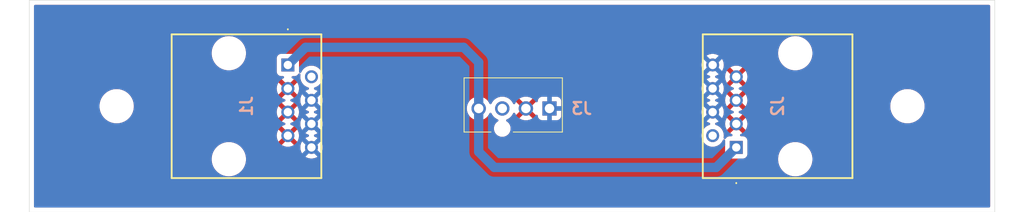
<source format=kicad_pcb>
(kicad_pcb (version 20240108) (generator "pcbnew") (generator_version "8.0")
  (layers (0 "F.Cu" signal) (31 "B.Cu" signal) (34 "B.Paste" user) (35 "F.Paste" user) (36 "B.SilkS" user "B.Silkscreen") (37 "F.SilkS" user "F.Silkscreen") (38 "B.Mask" user) (39 "F.Mask" user) (44 "Edge.Cuts" user))
  (net 0 "")
  (net 1 "GND")
  (net 2 "+12V")
  (net 4 "PWM_D9")
  (footprint "MountingHole:MountingHole_3.2mm_M3_DIN965" (layer "F.Cu") (at 108.712 90.17)
    (property "Reference" "REF**" (hide yes))
    (property "Value" "MountingHole_3.2mm_M3_DIN965")
    (pad "" np_thru_hole circle (at 0 0) (size 3.2 3.2) (drill 3.2) (layers "*.Cu" "*.Mask"))
  )
  (footprint "615008160321:615008160321" (layer "F.Cu") (at 175.382 94.615 90)
    (property "Reference" "J2" (at 4.445 4.45 -90) (layer "B.SilkS") (effects (font (size 1.27 1.27) (thickness 0.254)) (justify mirror)))
    (property "Value" "615008160321" (hide yes))
    (fp_line (start 12.195 -3.6) (end 12.195 12.5) (stroke (width 0.2)) (layer "F.SilkS"))
    (fp_line (start -3.305 -3.6) (end 12.195 -3.6) (stroke (width 0.2)) (layer "F.SilkS"))
    (fp_line (start -3.8 0) (end -3.8 0) (stroke (width 0.1)) (layer "F.SilkS"))
    (fp_line (start -3.9 0) (end -3.9 0) (stroke (width 0.1)) (layer "F.SilkS"))
    (fp_line (start 12.195 12.5) (end -3.305 12.5) (stroke (width 0.2)) (layer "F.SilkS"))
    (fp_line (start -3.305 12.5) (end -3.305 -3.6) (stroke (width 0.2)) (layer "F.SilkS"))
    (fp_arc (start -3.8 0) (mid -3.85 0.05) (end -3.9 0) (stroke (width 0.1)) (layer "F.SilkS"))
    (fp_arc (start -3.9 0) (mid -3.85 -0.05) (end -3.8 0) (stroke (width 0.1)) (layer "F.SilkS"))
    (pad "" np_thru_hole circle (at -1.27 6.35 90) (size 3.2 3.2) (drill 3.2) (layers "*.Cu" "*.Mask"))
    (pad "" np_thru_hole circle (at 10.16 6.35 90) (size 3.2 3.2) (drill 3.2) (layers "*.Cu" "*.Mask"))
    (pad "1" thru_hole rect (at 0 0 90) (size 1.4 1.4) (drill 0.9) (layers "*.Cu" "*.Mask") (net 4 "PWM_D9"))
    (pad "2" thru_hole circle (at 1.27 -2.54 90) (size 1.4 1.4) (drill 0.9) (layers "*.Cu" "*.Mask"))
    (pad "3" thru_hole circle (at 2.54 0 90) (size 1.4 1.4) (drill 0.9) (layers "*.Cu" "*.Mask") (net 2 "+12V"))
    (pad "4" thru_hole circle (at 3.81 -2.54 90) (size 1.4 1.4) (drill 0.9) (layers "*.Cu" "*.Mask") (net 1 "GND"))
    (pad "5" thru_hole circle (at 5.08 0 90) (size 1.4 1.4) (drill 0.9) (layers "*.Cu" "*.Mask") (net 2 "+12V"))
    (pad "6" thru_hole circle (at 6.35 -2.54 90) (size 1.4 1.4) (drill 0.9) (layers "*.Cu" "*.Mask") (net 1 "GND"))
    (pad "7" thru_hole circle (at 7.62 0 90) (size 1.4 1.4) (drill 0.9) (layers "*.Cu" "*.Mask") (net 2 "+12V"))
    (pad "8" thru_hole circle (at 8.89 -2.54 90) (size 1.4 1.4) (drill 0.9) (layers "*.Cu" "*.Mask") (net 1 "GND"))
  )
  (footprint "615008160321:615008160321" (layer "F.Cu") (at 127.132 85.725 -90)
    (property "Reference" "J1" (at 4.445 4.45 -90) (layer "B.SilkS") (effects (font (size 1.27 1.27) (thickness 0.254)) (justify mirror)))
    (property "Value" "615008160321" (hide yes))
    (fp_line (start -3.305 12.5) (end -3.305 -3.6) (stroke (width 0.2)) (layer "F.SilkS"))
    (fp_line (start 12.195 12.5) (end -3.305 12.5) (stroke (width 0.2)) (layer "F.SilkS"))
    (fp_line (start -3.9 0) (end -3.9 0) (stroke (width 0.1)) (layer "F.SilkS"))
    (fp_line (start -3.8 0) (end -3.8 0) (stroke (width 0.1)) (layer "F.SilkS"))
    (fp_line (start -3.305 -3.6) (end 12.195 -3.6) (stroke (width 0.2)) (layer "F.SilkS"))
    (fp_line (start 12.195 -3.6) (end 12.195 12.5) (stroke (width 0.2)) (layer "F.SilkS"))
    (fp_arc (start -3.9 0) (mid -3.85 -0.05) (end -3.8 0) (stroke (width 0.1)) (layer "F.SilkS"))
    (fp_arc (start -3.8 0) (mid -3.85 0.05) (end -3.9 0) (stroke (width 0.1)) (layer "F.SilkS"))
    (pad "" np_thru_hole circle (at -1.27 6.35 270) (size 3.2 3.2) (drill 3.2) (layers "*.Cu" "*.Mask"))
    (pad "" np_thru_hole circle (at 10.16 6.35 270) (size 3.2 3.2) (drill 3.2) (layers "*.Cu" "*.Mask"))
    (pad "1" thru_hole rect (at 0 0 270) (size 1.4 1.4) (drill 0.9) (layers "*.Cu" "*.Mask") (net 4 "PWM_D9"))
    (pad "2" thru_hole circle (at 1.27 -2.54 270) (size 1.4 1.4) (drill 0.9) (layers "*.Cu" "*.Mask"))
    (pad "3" thru_hole circle (at 2.54 0 270) (size 1.4 1.4) (drill 0.9) (layers "*.Cu" "*.Mask") (net 2 "+12V"))
    (pad "4" thru_hole circle (at 3.81 -2.54 270) (size 1.4 1.4) (drill 0.9) (layers "*.Cu" "*.Mask") (net 1 "GND"))
    (pad "5" thru_hole circle (at 5.08 0 270) (size 1.4 1.4) (drill 0.9) (layers "*.Cu" "*.Mask") (net 2 "+12V"))
    (pad "6" thru_hole circle (at 6.35 -2.54 270) (size 1.4 1.4) (drill 0.9) (layers "*.Cu" "*.Mask") (net 1 "GND"))
    (pad "7" thru_hole circle (at 7.62 0 270) (size 1.4 1.4) (drill 0.9) (layers "*.Cu" "*.Mask") (net 2 "+12V"))
    (pad "8" thru_hole circle (at 8.89 -2.54 270) (size 1.4 1.4) (drill 0.9) (layers "*.Cu" "*.Mask") (net 1 "GND"))
  )
  (footprint "MountingHole:MountingHole_3.2mm_M3_DIN965" (layer "F.Cu") (at 193.802 90.17)
    (property "Reference" "REF**" (hide yes))
    (property "Value" "MountingHole_3.2mm_M3_DIN965")
    (pad "" np_thru_hole circle (at 0 0) (size 3.2 3.2) (drill 3.2) (layers "*.Cu" "*.Mask"))
  )
  (footprint "47053-1000:470531000" (layer "F.Cu") (at 155.286 90.415)
    (property "Reference" "J3" (at 3.464 0.009 -0) (layer "B.SilkS") (effects (font (size 1.27 1.27) (thickness 0.254)) (justify mirror)))
    (property "Value" "47053-1000" (hide yes))
    (fp_line (start -9.19 -3.3) (end 1.386 -3.3) (stroke (width 0.1)) (layer "F.SilkS"))
    (fp_line (start -9.19 2.54) (end -9.19 -3.3) (stroke (width 0.1)) (layer "F.SilkS"))
    (fp_line (start -9.19 2.54) (end -6.293 2.54) (stroke (width 0.1)) (layer "F.SilkS"))
    (fp_line (start 1.386 -3.3) (end 1.386 2.54) (stroke (width 0.1)) (layer "F.SilkS"))
    (fp_line (start 1.386 2.54) (end -3.902 2.54) (stroke (width 0.1)) (layer "F.SilkS"))
    (pad "" np_thru_hole circle (at -5.08 2.16) (size 1.3 1.3) (drill 1.3) (layers "*.Cu" "*.Mask"))
    (pad "1" thru_hole rect (at 0 0) (size 1.53 1.53) (drill 1.02) (layers "*.Cu" "*.Mask") (net 1 "GND"))
    (pad "2" thru_hole circle (at -2.54 0) (size 1.55 1.55) (drill 1.02) (layers "*.Cu" "*.Mask") (net 2 "+12V"))
    (pad "3" thru_hole circle (at -5.08 0) (size 1.55 1.55) (drill 1.02) (layers "*.Cu" "*.Mask"))
    (pad "4" thru_hole circle (at -7.62 0) (size 1.55 1.55) (drill 1.02) (layers "*.Cu" "*.Mask") (net 4 "PWM_D9"))
  )
  (gr_rect (start 99.314 78.74) (end 203.2 101.6) (stroke (width 0.05)) (fill none) (layer "Edge.Cuts"))
  (segment (start 147.666 95.088) (end 147.666 90.415) (width 1) (layer "B.Cu") (net 4))
  (segment (start 146.05 83.82) (end 147.666 85.436) (width 1) (layer "B.Cu") (net 4))
  (segment (start 147.666 85.436) (end 147.666 90.415) (width 1) (layer "B.Cu") (net 4))
  (segment (start 129.037 83.82) (end 146.05 83.82) (width 1) (layer "B.Cu") (net 4))
  (segment (start 149.352 96.774) (end 147.666 95.088) (width 1) (layer "B.Cu") (net 4))
  (segment (start 175.382 94.615) (end 173.223 96.774) (width 1) (layer "B.Cu") (net 4))
  (segment (start 173.223 96.774) (end 149.352 96.774) (width 1) (layer "B.Cu") (net 4))
  (segment (start 127.132 85.725) (end 129.037 83.82) (width 1) (layer "B.Cu") (net 4))
  (zone (net 2) (net_name "+12V") (layer "F.Cu") (connect_pads (clearance 0.5)) (min_thickness 0.25) (fill yes (thermal_gap 0.5) (thermal_bridge_width 0.5))
    (polygon (pts (xy 99.314 78.74) (xy 99.314 101.6) (xy 203.2 101.6) (xy 203.2 78.74)))
  )
  (zone (net 1) (net_name "GND") (layer "B.Cu") (priority 1) (connect_pads (clearance 0.5)) (min_thickness 0.25) (fill yes (thermal_gap 0.5) (thermal_bridge_width 0.5))
    (polygon (pts (xy 99.314 101.6) (xy 99.314 78.74) (xy 203.2 78.74) (xy 203.2 101.6)))
  )
)
</source>
